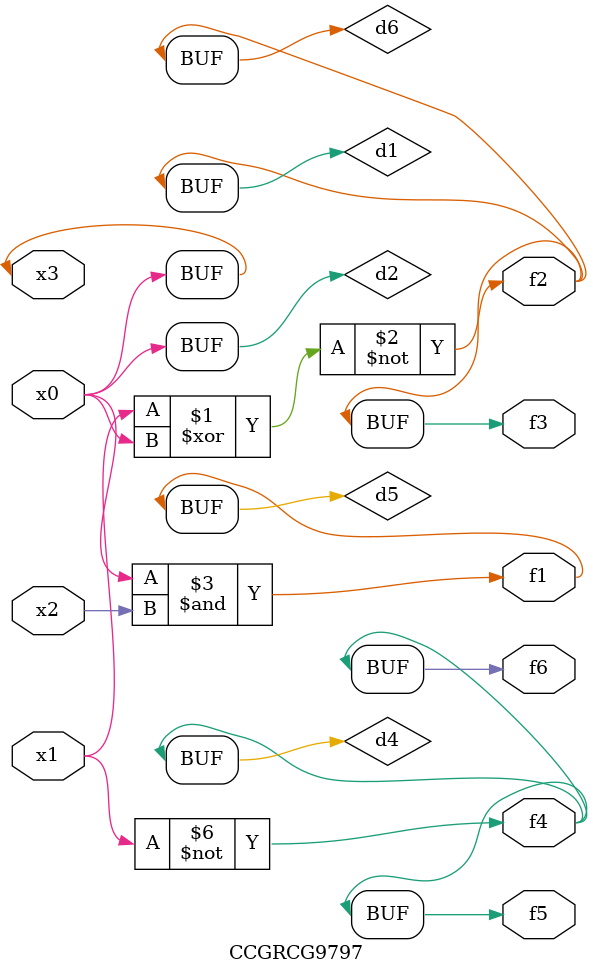
<source format=v>
module CCGRCG9797(
	input x0, x1, x2, x3,
	output f1, f2, f3, f4, f5, f6
);

	wire d1, d2, d3, d4, d5, d6;

	xnor (d1, x1, x3);
	buf (d2, x0, x3);
	nand (d3, x0, x2);
	not (d4, x1);
	nand (d5, d3);
	or (d6, d1);
	assign f1 = d5;
	assign f2 = d6;
	assign f3 = d6;
	assign f4 = d4;
	assign f5 = d4;
	assign f6 = d4;
endmodule

</source>
